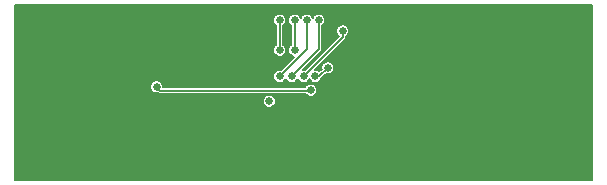
<source format=gbl>
G04 #@! TF.GenerationSoftware,KiCad,Pcbnew,(5.99.0-2415-gbbdd3fce7)*
G04 #@! TF.CreationDate,2020-07-30T08:06:23-07:00*
G04 #@! TF.ProjectId,VineHoop_V1_2,56696e65-486f-46f7-905f-56315f322e6b,rev?*
G04 #@! TF.SameCoordinates,Original*
G04 #@! TF.FileFunction,Copper,L2,Bot*
G04 #@! TF.FilePolarity,Positive*
%FSLAX46Y46*%
G04 Gerber Fmt 4.6, Leading zero omitted, Abs format (unit mm)*
G04 Created by KiCad (PCBNEW (5.99.0-2415-gbbdd3fce7)) date 2020-07-30 08:06:23*
%MOMM*%
%LPD*%
G01*
G04 APERTURE LIST*
G04 #@! TA.AperFunction,ViaPad*
%ADD10C,0.660400*%
G04 #@! TD*
G04 #@! TA.AperFunction,Conductor*
%ADD11C,0.152400*%
G04 #@! TD*
G04 #@! TA.AperFunction,Conductor*
%ADD12C,0.127000*%
G04 #@! TD*
G04 APERTURE END LIST*
D10*
X147955000Y-63627000D03*
X150495000Y-63627000D03*
X147955000Y-61595000D03*
X132270500Y-71120000D03*
X164909500Y-69723000D03*
X139001500Y-62992000D03*
X136779000Y-60452000D03*
X142684500Y-65786000D03*
X144335500Y-68707000D03*
X141160500Y-67373500D03*
X147256500Y-67945000D03*
X152908000Y-67183000D03*
X150495000Y-61595000D03*
X148526500Y-58928000D03*
X161036000Y-63055500D03*
X165989000Y-60960000D03*
X165862000Y-66929000D03*
X167640000Y-69278500D03*
X164909500Y-67881500D03*
X158813500Y-69405500D03*
X163576000Y-64833500D03*
X163576000Y-62801500D03*
X159258000Y-59880500D03*
X151638000Y-59690000D03*
X156806899Y-59918601D03*
X151574500Y-66738500D03*
X132842000Y-61976000D03*
X172974000Y-59944000D03*
X170942000Y-65786000D03*
X139954000Y-58928000D03*
X142229705Y-64039801D03*
X155277216Y-64345216D03*
X153924000Y-58420000D03*
X153924000Y-60960000D03*
X152654000Y-60960000D03*
X152654000Y-58420000D03*
X156734399Y-62435248D03*
X155662368Y-63169800D03*
X157988000Y-59309000D03*
X154686000Y-63169800D03*
X153670000Y-63169800D03*
X155956000Y-58420000D03*
X152654000Y-63169800D03*
X154940000Y-58420000D03*
X151765000Y-65278000D03*
D11*
X155252432Y-64370000D02*
X155277216Y-64345216D01*
X142559904Y-64370000D02*
X155252432Y-64370000D01*
X142229705Y-64039801D02*
X142559904Y-64370000D01*
X153924000Y-60960000D02*
X153924000Y-58420000D01*
X152654000Y-60960000D02*
X152654000Y-58420000D01*
X155662368Y-63169800D02*
X155999847Y-63169800D01*
X155999847Y-63169800D02*
X156734399Y-62435248D01*
X157988000Y-59867800D02*
X157988000Y-59436000D01*
X154686000Y-63169800D02*
X157988000Y-59867800D01*
X155956000Y-60883800D02*
X155956000Y-58420000D01*
X153670000Y-63169800D02*
X155956000Y-60883800D01*
X154940000Y-60883800D02*
X154940000Y-58420000D01*
X152654000Y-63169800D02*
X154940000Y-60883800D01*
D12*
X179109101Y-71921100D02*
X130262900Y-71921100D01*
X130262900Y-65187437D01*
X151219901Y-65187437D01*
X151219901Y-65368563D01*
X151221800Y-65379333D01*
X151283748Y-65549536D01*
X151289217Y-65559008D01*
X151405643Y-65697758D01*
X151414020Y-65704787D01*
X151570880Y-65795352D01*
X151581157Y-65799092D01*
X151759532Y-65830544D01*
X151770468Y-65830544D01*
X151948843Y-65799092D01*
X151959120Y-65795352D01*
X152115980Y-65704787D01*
X152124357Y-65697758D01*
X152240783Y-65559008D01*
X152246252Y-65549536D01*
X152308200Y-65379333D01*
X152310099Y-65368563D01*
X152310099Y-65187437D01*
X152308200Y-65176667D01*
X152246252Y-65006464D01*
X152240783Y-64996992D01*
X152124357Y-64858242D01*
X152115980Y-64851213D01*
X151959120Y-64760648D01*
X151948843Y-64756908D01*
X151770468Y-64725456D01*
X151759532Y-64725456D01*
X151581157Y-64756908D01*
X151570880Y-64760648D01*
X151414020Y-64851213D01*
X151405643Y-64858242D01*
X151289217Y-64996992D01*
X151283748Y-65006464D01*
X151221800Y-65176667D01*
X151219901Y-65187437D01*
X130262900Y-65187437D01*
X130262900Y-63949238D01*
X141684606Y-63949238D01*
X141684606Y-64130364D01*
X141686505Y-64141134D01*
X141748453Y-64311337D01*
X141753922Y-64320809D01*
X141870348Y-64459559D01*
X141878725Y-64466588D01*
X142035585Y-64557153D01*
X142045862Y-64560893D01*
X142224237Y-64592345D01*
X142235173Y-64592345D01*
X142350275Y-64572049D01*
X142378907Y-64600681D01*
X142378910Y-64600683D01*
X142403196Y-64624970D01*
X142417448Y-64633198D01*
X142447542Y-64641261D01*
X142474526Y-64656840D01*
X142490422Y-64661099D01*
X142525968Y-64661099D01*
X142525976Y-64661100D01*
X154830698Y-64661100D01*
X154917859Y-64764974D01*
X154926236Y-64772003D01*
X155083096Y-64862568D01*
X155093373Y-64866308D01*
X155271748Y-64897760D01*
X155282684Y-64897760D01*
X155461059Y-64866308D01*
X155471336Y-64862568D01*
X155628196Y-64772003D01*
X155636573Y-64764974D01*
X155752999Y-64626224D01*
X155758468Y-64616752D01*
X155820416Y-64446549D01*
X155822315Y-64435779D01*
X155822315Y-64254653D01*
X155820416Y-64243883D01*
X155758468Y-64073680D01*
X155752999Y-64064208D01*
X155636573Y-63925458D01*
X155628196Y-63918429D01*
X155471336Y-63827864D01*
X155461059Y-63824124D01*
X155282684Y-63792672D01*
X155271748Y-63792672D01*
X155093373Y-63824124D01*
X155083096Y-63827864D01*
X154926236Y-63918429D01*
X154917859Y-63925458D01*
X154801433Y-64064208D01*
X154795965Y-64073679D01*
X154794065Y-64078900D01*
X142774804Y-64078900D01*
X142774804Y-63949238D01*
X142772905Y-63938468D01*
X142710957Y-63768265D01*
X142705488Y-63758793D01*
X142589062Y-63620043D01*
X142580685Y-63613014D01*
X142423825Y-63522449D01*
X142413548Y-63518709D01*
X142235173Y-63487257D01*
X142224237Y-63487257D01*
X142045862Y-63518709D01*
X142035585Y-63522449D01*
X141878725Y-63613014D01*
X141870348Y-63620043D01*
X141753922Y-63758793D01*
X141748453Y-63768265D01*
X141686505Y-63938468D01*
X141684606Y-63949238D01*
X130262900Y-63949238D01*
X130262900Y-63079237D01*
X152108901Y-63079237D01*
X152108901Y-63260363D01*
X152110800Y-63271133D01*
X152172748Y-63441336D01*
X152178217Y-63450808D01*
X152294643Y-63589558D01*
X152303020Y-63596587D01*
X152459880Y-63687152D01*
X152470157Y-63690892D01*
X152648532Y-63722344D01*
X152659468Y-63722344D01*
X152837843Y-63690892D01*
X152848120Y-63687152D01*
X153004980Y-63596587D01*
X153013357Y-63589558D01*
X153129783Y-63450808D01*
X153135252Y-63441336D01*
X153162000Y-63367845D01*
X153188748Y-63441336D01*
X153194217Y-63450808D01*
X153310643Y-63589558D01*
X153319020Y-63596587D01*
X153475880Y-63687152D01*
X153486157Y-63690892D01*
X153664532Y-63722344D01*
X153675468Y-63722344D01*
X153853843Y-63690892D01*
X153864120Y-63687152D01*
X154020980Y-63596587D01*
X154029357Y-63589558D01*
X154145783Y-63450808D01*
X154151252Y-63441336D01*
X154178000Y-63367845D01*
X154204748Y-63441336D01*
X154210217Y-63450808D01*
X154326643Y-63589558D01*
X154335020Y-63596587D01*
X154491880Y-63687152D01*
X154502157Y-63690892D01*
X154680532Y-63722344D01*
X154691468Y-63722344D01*
X154869843Y-63690892D01*
X154880120Y-63687152D01*
X155036980Y-63596587D01*
X155045357Y-63589558D01*
X155161783Y-63450808D01*
X155167252Y-63441336D01*
X155174184Y-63422290D01*
X155181116Y-63441336D01*
X155186585Y-63450808D01*
X155303011Y-63589558D01*
X155311388Y-63596587D01*
X155468248Y-63687152D01*
X155478525Y-63690892D01*
X155656900Y-63722344D01*
X155667836Y-63722344D01*
X155846211Y-63690892D01*
X155856488Y-63687152D01*
X156013348Y-63596587D01*
X156021725Y-63589558D01*
X156138151Y-63450808D01*
X156143620Y-63441337D01*
X156147813Y-63429817D01*
X156156555Y-63424770D01*
X156257789Y-63323535D01*
X156257790Y-63323533D01*
X156613827Y-62967496D01*
X156728931Y-62987792D01*
X156739867Y-62987792D01*
X156918242Y-62956340D01*
X156928519Y-62952600D01*
X157085379Y-62862035D01*
X157093756Y-62855006D01*
X157210182Y-62716256D01*
X157215651Y-62706784D01*
X157277599Y-62536581D01*
X157279498Y-62525811D01*
X157279498Y-62344685D01*
X157277599Y-62333915D01*
X157215651Y-62163712D01*
X157210182Y-62154240D01*
X157093756Y-62015490D01*
X157085379Y-62008461D01*
X156928519Y-61917896D01*
X156918242Y-61914156D01*
X156739867Y-61882704D01*
X156728931Y-61882704D01*
X156550556Y-61914156D01*
X156540279Y-61917896D01*
X156383419Y-62008461D01*
X156375042Y-62015490D01*
X156258616Y-62154240D01*
X156253147Y-62163712D01*
X156191199Y-62333915D01*
X156189300Y-62344685D01*
X156189300Y-62525811D01*
X156191199Y-62536581D01*
X156199255Y-62558715D01*
X156014223Y-62743747D01*
X156013348Y-62743013D01*
X155856488Y-62652448D01*
X155846211Y-62648708D01*
X155667836Y-62617256D01*
X155656900Y-62617256D01*
X155648790Y-62618686D01*
X158223909Y-60043568D01*
X158223909Y-60043567D01*
X158242969Y-60024509D01*
X158251198Y-60010256D01*
X158259262Y-59980158D01*
X158274839Y-59953179D01*
X158279099Y-59937283D01*
X158279099Y-59901736D01*
X158279100Y-59901728D01*
X158279100Y-59770359D01*
X158338980Y-59735788D01*
X158347357Y-59728758D01*
X158463783Y-59590008D01*
X158469252Y-59580536D01*
X158531200Y-59410333D01*
X158533099Y-59399563D01*
X158533099Y-59218437D01*
X158531200Y-59207667D01*
X158469252Y-59037464D01*
X158463783Y-59027992D01*
X158347357Y-58889242D01*
X158338980Y-58882213D01*
X158182120Y-58791648D01*
X158171843Y-58787908D01*
X157993468Y-58756456D01*
X157982532Y-58756456D01*
X157804157Y-58787908D01*
X157793880Y-58791648D01*
X157637020Y-58882213D01*
X157628643Y-58889242D01*
X157512217Y-59027992D01*
X157506748Y-59037464D01*
X157444800Y-59207667D01*
X157442901Y-59218437D01*
X157442901Y-59399563D01*
X157444800Y-59410333D01*
X157506748Y-59580536D01*
X157512217Y-59590008D01*
X157628643Y-59728758D01*
X157637020Y-59735788D01*
X157682232Y-59761891D01*
X154806572Y-62637552D01*
X154691468Y-62617256D01*
X154680532Y-62617256D01*
X154624306Y-62627170D01*
X156191909Y-61059568D01*
X156191909Y-61059567D01*
X156210969Y-61040509D01*
X156219198Y-61026256D01*
X156227262Y-60996158D01*
X156242839Y-60969179D01*
X156247099Y-60953283D01*
X156247099Y-60917736D01*
X156247100Y-60917728D01*
X156247100Y-58881359D01*
X156306980Y-58846788D01*
X156315357Y-58839758D01*
X156431783Y-58701008D01*
X156437252Y-58691536D01*
X156499200Y-58521333D01*
X156501099Y-58510563D01*
X156501099Y-58329437D01*
X156499200Y-58318667D01*
X156437252Y-58148464D01*
X156431783Y-58138992D01*
X156315357Y-58000242D01*
X156306980Y-57993213D01*
X156150120Y-57902648D01*
X156139843Y-57898908D01*
X155961468Y-57867456D01*
X155950532Y-57867456D01*
X155772157Y-57898908D01*
X155761880Y-57902648D01*
X155605020Y-57993213D01*
X155596643Y-58000242D01*
X155480217Y-58138992D01*
X155474748Y-58148464D01*
X155448000Y-58221955D01*
X155421252Y-58148464D01*
X155415783Y-58138992D01*
X155299357Y-58000242D01*
X155290980Y-57993213D01*
X155134120Y-57902648D01*
X155123843Y-57898908D01*
X154945468Y-57867456D01*
X154934532Y-57867456D01*
X154756157Y-57898908D01*
X154745880Y-57902648D01*
X154589020Y-57993213D01*
X154580643Y-58000242D01*
X154464217Y-58138992D01*
X154458748Y-58148464D01*
X154432000Y-58221955D01*
X154405252Y-58148464D01*
X154399783Y-58138992D01*
X154283357Y-58000242D01*
X154274980Y-57993213D01*
X154118120Y-57902648D01*
X154107843Y-57898908D01*
X153929468Y-57867456D01*
X153918532Y-57867456D01*
X153740157Y-57898908D01*
X153729880Y-57902648D01*
X153573020Y-57993213D01*
X153564643Y-58000242D01*
X153448217Y-58138992D01*
X153442748Y-58148464D01*
X153380800Y-58318667D01*
X153378901Y-58329437D01*
X153378901Y-58510563D01*
X153380800Y-58521333D01*
X153442748Y-58691536D01*
X153448217Y-58701008D01*
X153564643Y-58839758D01*
X153573020Y-58846787D01*
X153632901Y-58881360D01*
X153632900Y-60498641D01*
X153573020Y-60533212D01*
X153564643Y-60540242D01*
X153448217Y-60678992D01*
X153442748Y-60688464D01*
X153380800Y-60858667D01*
X153378901Y-60869437D01*
X153378901Y-61050563D01*
X153380800Y-61061333D01*
X153442748Y-61231536D01*
X153448217Y-61241008D01*
X153564643Y-61379758D01*
X153573020Y-61386787D01*
X153729880Y-61477352D01*
X153740157Y-61481092D01*
X153902420Y-61509703D01*
X152774572Y-62637552D01*
X152659468Y-62617256D01*
X152648532Y-62617256D01*
X152470157Y-62648708D01*
X152459880Y-62652448D01*
X152303020Y-62743013D01*
X152294643Y-62750042D01*
X152178217Y-62888792D01*
X152172748Y-62898264D01*
X152110800Y-63068467D01*
X152108901Y-63079237D01*
X130262900Y-63079237D01*
X130262900Y-58329437D01*
X152108901Y-58329437D01*
X152108901Y-58510563D01*
X152110800Y-58521333D01*
X152172748Y-58691536D01*
X152178217Y-58701008D01*
X152294643Y-58839758D01*
X152303020Y-58846787D01*
X152362901Y-58881360D01*
X152362900Y-60498641D01*
X152303020Y-60533212D01*
X152294643Y-60540242D01*
X152178217Y-60678992D01*
X152172748Y-60688464D01*
X152110800Y-60858667D01*
X152108901Y-60869437D01*
X152108901Y-61050563D01*
X152110800Y-61061333D01*
X152172748Y-61231536D01*
X152178217Y-61241008D01*
X152294643Y-61379758D01*
X152303020Y-61386787D01*
X152459880Y-61477352D01*
X152470157Y-61481092D01*
X152648532Y-61512544D01*
X152659468Y-61512544D01*
X152837843Y-61481092D01*
X152848120Y-61477352D01*
X153004980Y-61386787D01*
X153013357Y-61379758D01*
X153129783Y-61241008D01*
X153135252Y-61231536D01*
X153197200Y-61061333D01*
X153199099Y-61050563D01*
X153199099Y-60869437D01*
X153197200Y-60858667D01*
X153135252Y-60688464D01*
X153129783Y-60678992D01*
X153013357Y-60540242D01*
X153004980Y-60533212D01*
X152945100Y-60498641D01*
X152945100Y-58881359D01*
X153004980Y-58846788D01*
X153013357Y-58839758D01*
X153129783Y-58701008D01*
X153135252Y-58691536D01*
X153197200Y-58521333D01*
X153199099Y-58510563D01*
X153199099Y-58329437D01*
X153197200Y-58318667D01*
X153135252Y-58148464D01*
X153129783Y-58138992D01*
X153013357Y-58000242D01*
X153004980Y-57993213D01*
X152848120Y-57902648D01*
X152837843Y-57898908D01*
X152659468Y-57867456D01*
X152648532Y-57867456D01*
X152470157Y-57898908D01*
X152459880Y-57902648D01*
X152303020Y-57993213D01*
X152294643Y-58000242D01*
X152178217Y-58138992D01*
X152172748Y-58148464D01*
X152110800Y-58318667D01*
X152108901Y-58329437D01*
X130262900Y-58329437D01*
X130262900Y-57110900D01*
X179109100Y-57110900D01*
X179109101Y-71921100D01*
G04 #@! TA.AperFunction,Conductor*
G36*
X179109101Y-71921100D02*
G01*
X130262900Y-71921100D01*
X130262900Y-65187437D01*
X151219901Y-65187437D01*
X151219901Y-65368563D01*
X151221800Y-65379333D01*
X151283748Y-65549536D01*
X151289217Y-65559008D01*
X151405643Y-65697758D01*
X151414020Y-65704787D01*
X151570880Y-65795352D01*
X151581157Y-65799092D01*
X151759532Y-65830544D01*
X151770468Y-65830544D01*
X151948843Y-65799092D01*
X151959120Y-65795352D01*
X152115980Y-65704787D01*
X152124357Y-65697758D01*
X152240783Y-65559008D01*
X152246252Y-65549536D01*
X152308200Y-65379333D01*
X152310099Y-65368563D01*
X152310099Y-65187437D01*
X152308200Y-65176667D01*
X152246252Y-65006464D01*
X152240783Y-64996992D01*
X152124357Y-64858242D01*
X152115980Y-64851213D01*
X151959120Y-64760648D01*
X151948843Y-64756908D01*
X151770468Y-64725456D01*
X151759532Y-64725456D01*
X151581157Y-64756908D01*
X151570880Y-64760648D01*
X151414020Y-64851213D01*
X151405643Y-64858242D01*
X151289217Y-64996992D01*
X151283748Y-65006464D01*
X151221800Y-65176667D01*
X151219901Y-65187437D01*
X130262900Y-65187437D01*
X130262900Y-63949238D01*
X141684606Y-63949238D01*
X141684606Y-64130364D01*
X141686505Y-64141134D01*
X141748453Y-64311337D01*
X141753922Y-64320809D01*
X141870348Y-64459559D01*
X141878725Y-64466588D01*
X142035585Y-64557153D01*
X142045862Y-64560893D01*
X142224237Y-64592345D01*
X142235173Y-64592345D01*
X142350275Y-64572049D01*
X142378907Y-64600681D01*
X142378910Y-64600683D01*
X142403196Y-64624970D01*
X142417448Y-64633198D01*
X142447542Y-64641261D01*
X142474526Y-64656840D01*
X142490422Y-64661099D01*
X142525968Y-64661099D01*
X142525976Y-64661100D01*
X154830698Y-64661100D01*
X154917859Y-64764974D01*
X154926236Y-64772003D01*
X155083096Y-64862568D01*
X155093373Y-64866308D01*
X155271748Y-64897760D01*
X155282684Y-64897760D01*
X155461059Y-64866308D01*
X155471336Y-64862568D01*
X155628196Y-64772003D01*
X155636573Y-64764974D01*
X155752999Y-64626224D01*
X155758468Y-64616752D01*
X155820416Y-64446549D01*
X155822315Y-64435779D01*
X155822315Y-64254653D01*
X155820416Y-64243883D01*
X155758468Y-64073680D01*
X155752999Y-64064208D01*
X155636573Y-63925458D01*
X155628196Y-63918429D01*
X155471336Y-63827864D01*
X155461059Y-63824124D01*
X155282684Y-63792672D01*
X155271748Y-63792672D01*
X155093373Y-63824124D01*
X155083096Y-63827864D01*
X154926236Y-63918429D01*
X154917859Y-63925458D01*
X154801433Y-64064208D01*
X154795965Y-64073679D01*
X154794065Y-64078900D01*
X142774804Y-64078900D01*
X142774804Y-63949238D01*
X142772905Y-63938468D01*
X142710957Y-63768265D01*
X142705488Y-63758793D01*
X142589062Y-63620043D01*
X142580685Y-63613014D01*
X142423825Y-63522449D01*
X142413548Y-63518709D01*
X142235173Y-63487257D01*
X142224237Y-63487257D01*
X142045862Y-63518709D01*
X142035585Y-63522449D01*
X141878725Y-63613014D01*
X141870348Y-63620043D01*
X141753922Y-63758793D01*
X141748453Y-63768265D01*
X141686505Y-63938468D01*
X141684606Y-63949238D01*
X130262900Y-63949238D01*
X130262900Y-63079237D01*
X152108901Y-63079237D01*
X152108901Y-63260363D01*
X152110800Y-63271133D01*
X152172748Y-63441336D01*
X152178217Y-63450808D01*
X152294643Y-63589558D01*
X152303020Y-63596587D01*
X152459880Y-63687152D01*
X152470157Y-63690892D01*
X152648532Y-63722344D01*
X152659468Y-63722344D01*
X152837843Y-63690892D01*
X152848120Y-63687152D01*
X153004980Y-63596587D01*
X153013357Y-63589558D01*
X153129783Y-63450808D01*
X153135252Y-63441336D01*
X153162000Y-63367845D01*
X153188748Y-63441336D01*
X153194217Y-63450808D01*
X153310643Y-63589558D01*
X153319020Y-63596587D01*
X153475880Y-63687152D01*
X153486157Y-63690892D01*
X153664532Y-63722344D01*
X153675468Y-63722344D01*
X153853843Y-63690892D01*
X153864120Y-63687152D01*
X154020980Y-63596587D01*
X154029357Y-63589558D01*
X154145783Y-63450808D01*
X154151252Y-63441336D01*
X154178000Y-63367845D01*
X154204748Y-63441336D01*
X154210217Y-63450808D01*
X154326643Y-63589558D01*
X154335020Y-63596587D01*
X154491880Y-63687152D01*
X154502157Y-63690892D01*
X154680532Y-63722344D01*
X154691468Y-63722344D01*
X154869843Y-63690892D01*
X154880120Y-63687152D01*
X155036980Y-63596587D01*
X155045357Y-63589558D01*
X155161783Y-63450808D01*
X155167252Y-63441336D01*
X155174184Y-63422290D01*
X155181116Y-63441336D01*
X155186585Y-63450808D01*
X155303011Y-63589558D01*
X155311388Y-63596587D01*
X155468248Y-63687152D01*
X155478525Y-63690892D01*
X155656900Y-63722344D01*
X155667836Y-63722344D01*
X155846211Y-63690892D01*
X155856488Y-63687152D01*
X156013348Y-63596587D01*
X156021725Y-63589558D01*
X156138151Y-63450808D01*
X156143620Y-63441337D01*
X156147813Y-63429817D01*
X156156555Y-63424770D01*
X156257789Y-63323535D01*
X156257790Y-63323533D01*
X156613827Y-62967496D01*
X156728931Y-62987792D01*
X156739867Y-62987792D01*
X156918242Y-62956340D01*
X156928519Y-62952600D01*
X157085379Y-62862035D01*
X157093756Y-62855006D01*
X157210182Y-62716256D01*
X157215651Y-62706784D01*
X157277599Y-62536581D01*
X157279498Y-62525811D01*
X157279498Y-62344685D01*
X157277599Y-62333915D01*
X157215651Y-62163712D01*
X157210182Y-62154240D01*
X157093756Y-62015490D01*
X157085379Y-62008461D01*
X156928519Y-61917896D01*
X156918242Y-61914156D01*
X156739867Y-61882704D01*
X156728931Y-61882704D01*
X156550556Y-61914156D01*
X156540279Y-61917896D01*
X156383419Y-62008461D01*
X156375042Y-62015490D01*
X156258616Y-62154240D01*
X156253147Y-62163712D01*
X156191199Y-62333915D01*
X156189300Y-62344685D01*
X156189300Y-62525811D01*
X156191199Y-62536581D01*
X156199255Y-62558715D01*
X156014223Y-62743747D01*
X156013348Y-62743013D01*
X155856488Y-62652448D01*
X155846211Y-62648708D01*
X155667836Y-62617256D01*
X155656900Y-62617256D01*
X155648790Y-62618686D01*
X158223909Y-60043568D01*
X158223909Y-60043567D01*
X158242969Y-60024509D01*
X158251198Y-60010256D01*
X158259262Y-59980158D01*
X158274839Y-59953179D01*
X158279099Y-59937283D01*
X158279099Y-59901736D01*
X158279100Y-59901728D01*
X158279100Y-59770359D01*
X158338980Y-59735788D01*
X158347357Y-59728758D01*
X158463783Y-59590008D01*
X158469252Y-59580536D01*
X158531200Y-59410333D01*
X158533099Y-59399563D01*
X158533099Y-59218437D01*
X158531200Y-59207667D01*
X158469252Y-59037464D01*
X158463783Y-59027992D01*
X158347357Y-58889242D01*
X158338980Y-58882213D01*
X158182120Y-58791648D01*
X158171843Y-58787908D01*
X157993468Y-58756456D01*
X157982532Y-58756456D01*
X157804157Y-58787908D01*
X157793880Y-58791648D01*
X157637020Y-58882213D01*
X157628643Y-58889242D01*
X157512217Y-59027992D01*
X157506748Y-59037464D01*
X157444800Y-59207667D01*
X157442901Y-59218437D01*
X157442901Y-59399563D01*
X157444800Y-59410333D01*
X157506748Y-59580536D01*
X157512217Y-59590008D01*
X157628643Y-59728758D01*
X157637020Y-59735788D01*
X157682232Y-59761891D01*
X154806572Y-62637552D01*
X154691468Y-62617256D01*
X154680532Y-62617256D01*
X154624306Y-62627170D01*
X156191909Y-61059568D01*
X156191909Y-61059567D01*
X156210969Y-61040509D01*
X156219198Y-61026256D01*
X156227262Y-60996158D01*
X156242839Y-60969179D01*
X156247099Y-60953283D01*
X156247099Y-60917736D01*
X156247100Y-60917728D01*
X156247100Y-58881359D01*
X156306980Y-58846788D01*
X156315357Y-58839758D01*
X156431783Y-58701008D01*
X156437252Y-58691536D01*
X156499200Y-58521333D01*
X156501099Y-58510563D01*
X156501099Y-58329437D01*
X156499200Y-58318667D01*
X156437252Y-58148464D01*
X156431783Y-58138992D01*
X156315357Y-58000242D01*
X156306980Y-57993213D01*
X156150120Y-57902648D01*
X156139843Y-57898908D01*
X155961468Y-57867456D01*
X155950532Y-57867456D01*
X155772157Y-57898908D01*
X155761880Y-57902648D01*
X155605020Y-57993213D01*
X155596643Y-58000242D01*
X155480217Y-58138992D01*
X155474748Y-58148464D01*
X155448000Y-58221955D01*
X155421252Y-58148464D01*
X155415783Y-58138992D01*
X155299357Y-58000242D01*
X155290980Y-57993213D01*
X155134120Y-57902648D01*
X155123843Y-57898908D01*
X154945468Y-57867456D01*
X154934532Y-57867456D01*
X154756157Y-57898908D01*
X154745880Y-57902648D01*
X154589020Y-57993213D01*
X154580643Y-58000242D01*
X154464217Y-58138992D01*
X154458748Y-58148464D01*
X154432000Y-58221955D01*
X154405252Y-58148464D01*
X154399783Y-58138992D01*
X154283357Y-58000242D01*
X154274980Y-57993213D01*
X154118120Y-57902648D01*
X154107843Y-57898908D01*
X153929468Y-57867456D01*
X153918532Y-57867456D01*
X153740157Y-57898908D01*
X153729880Y-57902648D01*
X153573020Y-57993213D01*
X153564643Y-58000242D01*
X153448217Y-58138992D01*
X153442748Y-58148464D01*
X153380800Y-58318667D01*
X153378901Y-58329437D01*
X153378901Y-58510563D01*
X153380800Y-58521333D01*
X153442748Y-58691536D01*
X153448217Y-58701008D01*
X153564643Y-58839758D01*
X153573020Y-58846787D01*
X153632901Y-58881360D01*
X153632900Y-60498641D01*
X153573020Y-60533212D01*
X153564643Y-60540242D01*
X153448217Y-60678992D01*
X153442748Y-60688464D01*
X153380800Y-60858667D01*
X153378901Y-60869437D01*
X153378901Y-61050563D01*
X153380800Y-61061333D01*
X153442748Y-61231536D01*
X153448217Y-61241008D01*
X153564643Y-61379758D01*
X153573020Y-61386787D01*
X153729880Y-61477352D01*
X153740157Y-61481092D01*
X153902420Y-61509703D01*
X152774572Y-62637552D01*
X152659468Y-62617256D01*
X152648532Y-62617256D01*
X152470157Y-62648708D01*
X152459880Y-62652448D01*
X152303020Y-62743013D01*
X152294643Y-62750042D01*
X152178217Y-62888792D01*
X152172748Y-62898264D01*
X152110800Y-63068467D01*
X152108901Y-63079237D01*
X130262900Y-63079237D01*
X130262900Y-58329437D01*
X152108901Y-58329437D01*
X152108901Y-58510563D01*
X152110800Y-58521333D01*
X152172748Y-58691536D01*
X152178217Y-58701008D01*
X152294643Y-58839758D01*
X152303020Y-58846787D01*
X152362901Y-58881360D01*
X152362900Y-60498641D01*
X152303020Y-60533212D01*
X152294643Y-60540242D01*
X152178217Y-60678992D01*
X152172748Y-60688464D01*
X152110800Y-60858667D01*
X152108901Y-60869437D01*
X152108901Y-61050563D01*
X152110800Y-61061333D01*
X152172748Y-61231536D01*
X152178217Y-61241008D01*
X152294643Y-61379758D01*
X152303020Y-61386787D01*
X152459880Y-61477352D01*
X152470157Y-61481092D01*
X152648532Y-61512544D01*
X152659468Y-61512544D01*
X152837843Y-61481092D01*
X152848120Y-61477352D01*
X153004980Y-61386787D01*
X153013357Y-61379758D01*
X153129783Y-61241008D01*
X153135252Y-61231536D01*
X153197200Y-61061333D01*
X153199099Y-61050563D01*
X153199099Y-60869437D01*
X153197200Y-60858667D01*
X153135252Y-60688464D01*
X153129783Y-60678992D01*
X153013357Y-60540242D01*
X153004980Y-60533212D01*
X152945100Y-60498641D01*
X152945100Y-58881359D01*
X153004980Y-58846788D01*
X153013357Y-58839758D01*
X153129783Y-58701008D01*
X153135252Y-58691536D01*
X153197200Y-58521333D01*
X153199099Y-58510563D01*
X153199099Y-58329437D01*
X153197200Y-58318667D01*
X153135252Y-58148464D01*
X153129783Y-58138992D01*
X153013357Y-58000242D01*
X153004980Y-57993213D01*
X152848120Y-57902648D01*
X152837843Y-57898908D01*
X152659468Y-57867456D01*
X152648532Y-57867456D01*
X152470157Y-57898908D01*
X152459880Y-57902648D01*
X152303020Y-57993213D01*
X152294643Y-58000242D01*
X152178217Y-58138992D01*
X152172748Y-58148464D01*
X152110800Y-58318667D01*
X152108901Y-58329437D01*
X130262900Y-58329437D01*
X130262900Y-57110900D01*
X179109100Y-57110900D01*
X179109101Y-71921100D01*
G37*
G04 #@! TD.AperFunction*
M02*

</source>
